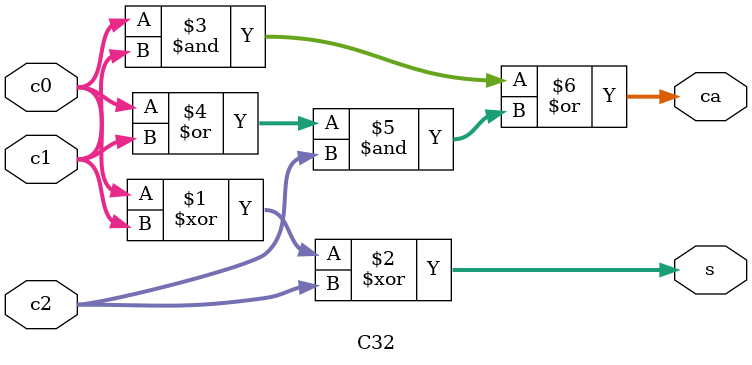
<source format=v>
module C32(c0,c1,c2,s,ca);

parameter size =32 ;
input[size-1:0] c0,c1,c2;
output[size-1:0]s,ca;
  
  assign s=c0^c1^c2;
  assign ca=c0&c1 | (c0 | c1)&c2;

endmodule
</source>
